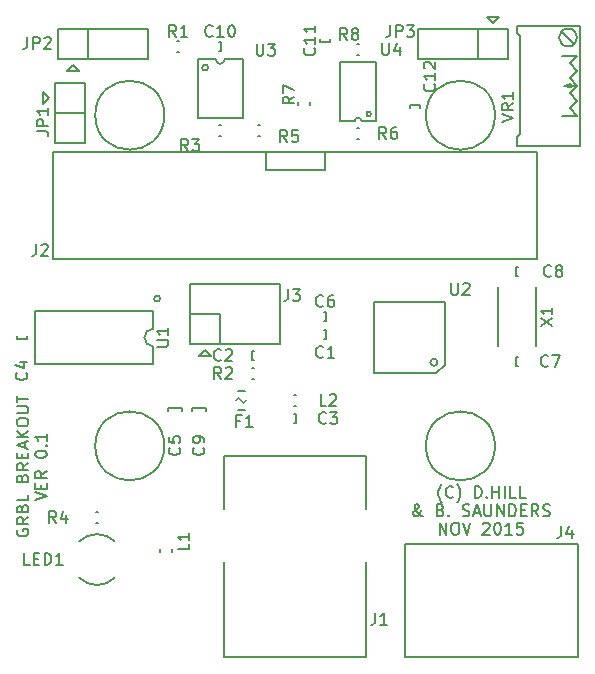
<source format=gto>
G04 #@! TF.FileFunction,Legend,Top*
%FSLAX46Y46*%
G04 Gerber Fmt 4.6, Leading zero omitted, Abs format (unit mm)*
G04 Created by KiCad (PCBNEW (2015-07-24 BZR 5989, Git 9b9c794)-product) date 1/12/2015 8:53:28 AM*
%MOMM*%
G01*
G04 APERTURE LIST*
%ADD10C,0.150000*%
%ADD11C,0.200000*%
%ADD12C,0.200660*%
%ADD13C,0.203200*%
G04 APERTURE END LIST*
D10*
X155416667Y-120783333D02*
X155369047Y-120735714D01*
X155273809Y-120592857D01*
X155226190Y-120497619D01*
X155178571Y-120354762D01*
X155130952Y-120116667D01*
X155130952Y-119926190D01*
X155178571Y-119688095D01*
X155226190Y-119545238D01*
X155273809Y-119450000D01*
X155369047Y-119307143D01*
X155416667Y-119259524D01*
X156369048Y-120307143D02*
X156321429Y-120354762D01*
X156178572Y-120402381D01*
X156083334Y-120402381D01*
X155940476Y-120354762D01*
X155845238Y-120259524D01*
X155797619Y-120164286D01*
X155750000Y-119973810D01*
X155750000Y-119830952D01*
X155797619Y-119640476D01*
X155845238Y-119545238D01*
X155940476Y-119450000D01*
X156083334Y-119402381D01*
X156178572Y-119402381D01*
X156321429Y-119450000D01*
X156369048Y-119497619D01*
X156702381Y-120783333D02*
X156750000Y-120735714D01*
X156845238Y-120592857D01*
X156892857Y-120497619D01*
X156940476Y-120354762D01*
X156988095Y-120116667D01*
X156988095Y-119926190D01*
X156940476Y-119688095D01*
X156892857Y-119545238D01*
X156845238Y-119450000D01*
X156750000Y-119307143D01*
X156702381Y-119259524D01*
X158226191Y-120402381D02*
X158226191Y-119402381D01*
X158464286Y-119402381D01*
X158607144Y-119450000D01*
X158702382Y-119545238D01*
X158750001Y-119640476D01*
X158797620Y-119830952D01*
X158797620Y-119973810D01*
X158750001Y-120164286D01*
X158702382Y-120259524D01*
X158607144Y-120354762D01*
X158464286Y-120402381D01*
X158226191Y-120402381D01*
X159226191Y-120307143D02*
X159273810Y-120354762D01*
X159226191Y-120402381D01*
X159178572Y-120354762D01*
X159226191Y-120307143D01*
X159226191Y-120402381D01*
X159702381Y-120402381D02*
X159702381Y-119402381D01*
X159702381Y-119878571D02*
X160273810Y-119878571D01*
X160273810Y-120402381D02*
X160273810Y-119402381D01*
X160750000Y-120402381D02*
X160750000Y-119402381D01*
X161702381Y-120402381D02*
X161226190Y-120402381D01*
X161226190Y-119402381D01*
X162511905Y-120402381D02*
X162035714Y-120402381D01*
X162035714Y-119402381D01*
X153797619Y-121952381D02*
X153750000Y-121952381D01*
X153654762Y-121904762D01*
X153511905Y-121761905D01*
X153273810Y-121476190D01*
X153178571Y-121333333D01*
X153130952Y-121190476D01*
X153130952Y-121095238D01*
X153178571Y-121000000D01*
X153273810Y-120952381D01*
X153321429Y-120952381D01*
X153416667Y-121000000D01*
X153464286Y-121095238D01*
X153464286Y-121142857D01*
X153416667Y-121238095D01*
X153369048Y-121285714D01*
X153083333Y-121476190D01*
X153035714Y-121523810D01*
X152988095Y-121619048D01*
X152988095Y-121761905D01*
X153035714Y-121857143D01*
X153083333Y-121904762D01*
X153178571Y-121952381D01*
X153321429Y-121952381D01*
X153416667Y-121904762D01*
X153464286Y-121857143D01*
X153607143Y-121666667D01*
X153654762Y-121523810D01*
X153654762Y-121428571D01*
X155321429Y-121428571D02*
X155464286Y-121476190D01*
X155511905Y-121523810D01*
X155559524Y-121619048D01*
X155559524Y-121761905D01*
X155511905Y-121857143D01*
X155464286Y-121904762D01*
X155369048Y-121952381D01*
X154988095Y-121952381D01*
X154988095Y-120952381D01*
X155321429Y-120952381D01*
X155416667Y-121000000D01*
X155464286Y-121047619D01*
X155511905Y-121142857D01*
X155511905Y-121238095D01*
X155464286Y-121333333D01*
X155416667Y-121380952D01*
X155321429Y-121428571D01*
X154988095Y-121428571D01*
X155988095Y-121857143D02*
X156035714Y-121904762D01*
X155988095Y-121952381D01*
X155940476Y-121904762D01*
X155988095Y-121857143D01*
X155988095Y-121952381D01*
X157178571Y-121904762D02*
X157321428Y-121952381D01*
X157559524Y-121952381D01*
X157654762Y-121904762D01*
X157702381Y-121857143D01*
X157750000Y-121761905D01*
X157750000Y-121666667D01*
X157702381Y-121571429D01*
X157654762Y-121523810D01*
X157559524Y-121476190D01*
X157369047Y-121428571D01*
X157273809Y-121380952D01*
X157226190Y-121333333D01*
X157178571Y-121238095D01*
X157178571Y-121142857D01*
X157226190Y-121047619D01*
X157273809Y-121000000D01*
X157369047Y-120952381D01*
X157607143Y-120952381D01*
X157750000Y-121000000D01*
X158130952Y-121666667D02*
X158607143Y-121666667D01*
X158035714Y-121952381D02*
X158369047Y-120952381D01*
X158702381Y-121952381D01*
X159035714Y-120952381D02*
X159035714Y-121761905D01*
X159083333Y-121857143D01*
X159130952Y-121904762D01*
X159226190Y-121952381D01*
X159416667Y-121952381D01*
X159511905Y-121904762D01*
X159559524Y-121857143D01*
X159607143Y-121761905D01*
X159607143Y-120952381D01*
X160083333Y-121952381D02*
X160083333Y-120952381D01*
X160654762Y-121952381D01*
X160654762Y-120952381D01*
X161130952Y-121952381D02*
X161130952Y-120952381D01*
X161369047Y-120952381D01*
X161511905Y-121000000D01*
X161607143Y-121095238D01*
X161654762Y-121190476D01*
X161702381Y-121380952D01*
X161702381Y-121523810D01*
X161654762Y-121714286D01*
X161607143Y-121809524D01*
X161511905Y-121904762D01*
X161369047Y-121952381D01*
X161130952Y-121952381D01*
X162130952Y-121428571D02*
X162464286Y-121428571D01*
X162607143Y-121952381D02*
X162130952Y-121952381D01*
X162130952Y-120952381D01*
X162607143Y-120952381D01*
X163607143Y-121952381D02*
X163273809Y-121476190D01*
X163035714Y-121952381D02*
X163035714Y-120952381D01*
X163416667Y-120952381D01*
X163511905Y-121000000D01*
X163559524Y-121047619D01*
X163607143Y-121142857D01*
X163607143Y-121285714D01*
X163559524Y-121380952D01*
X163511905Y-121428571D01*
X163416667Y-121476190D01*
X163035714Y-121476190D01*
X163988095Y-121904762D02*
X164130952Y-121952381D01*
X164369048Y-121952381D01*
X164464286Y-121904762D01*
X164511905Y-121857143D01*
X164559524Y-121761905D01*
X164559524Y-121666667D01*
X164511905Y-121571429D01*
X164464286Y-121523810D01*
X164369048Y-121476190D01*
X164178571Y-121428571D01*
X164083333Y-121380952D01*
X164035714Y-121333333D01*
X163988095Y-121238095D01*
X163988095Y-121142857D01*
X164035714Y-121047619D01*
X164083333Y-121000000D01*
X164178571Y-120952381D01*
X164416667Y-120952381D01*
X164559524Y-121000000D01*
X155226190Y-123502381D02*
X155226190Y-122502381D01*
X155797619Y-123502381D01*
X155797619Y-122502381D01*
X156464285Y-122502381D02*
X156654762Y-122502381D01*
X156750000Y-122550000D01*
X156845238Y-122645238D01*
X156892857Y-122835714D01*
X156892857Y-123169048D01*
X156845238Y-123359524D01*
X156750000Y-123454762D01*
X156654762Y-123502381D01*
X156464285Y-123502381D01*
X156369047Y-123454762D01*
X156273809Y-123359524D01*
X156226190Y-123169048D01*
X156226190Y-122835714D01*
X156273809Y-122645238D01*
X156369047Y-122550000D01*
X156464285Y-122502381D01*
X157178571Y-122502381D02*
X157511904Y-123502381D01*
X157845238Y-122502381D01*
X158892857Y-122597619D02*
X158940476Y-122550000D01*
X159035714Y-122502381D01*
X159273810Y-122502381D01*
X159369048Y-122550000D01*
X159416667Y-122597619D01*
X159464286Y-122692857D01*
X159464286Y-122788095D01*
X159416667Y-122930952D01*
X158845238Y-123502381D01*
X159464286Y-123502381D01*
X160083333Y-122502381D02*
X160178572Y-122502381D01*
X160273810Y-122550000D01*
X160321429Y-122597619D01*
X160369048Y-122692857D01*
X160416667Y-122883333D01*
X160416667Y-123121429D01*
X160369048Y-123311905D01*
X160321429Y-123407143D01*
X160273810Y-123454762D01*
X160178572Y-123502381D01*
X160083333Y-123502381D01*
X159988095Y-123454762D01*
X159940476Y-123407143D01*
X159892857Y-123311905D01*
X159845238Y-123121429D01*
X159845238Y-122883333D01*
X159892857Y-122692857D01*
X159940476Y-122597619D01*
X159988095Y-122550000D01*
X160083333Y-122502381D01*
X161369048Y-123502381D02*
X160797619Y-123502381D01*
X161083333Y-123502381D02*
X161083333Y-122502381D01*
X160988095Y-122645238D01*
X160892857Y-122740476D01*
X160797619Y-122788095D01*
X162273810Y-122502381D02*
X161797619Y-122502381D01*
X161750000Y-122978571D01*
X161797619Y-122930952D01*
X161892857Y-122883333D01*
X162130953Y-122883333D01*
X162226191Y-122930952D01*
X162273810Y-122978571D01*
X162321429Y-123073810D01*
X162321429Y-123311905D01*
X162273810Y-123407143D01*
X162226191Y-123454762D01*
X162130953Y-123502381D01*
X161892857Y-123502381D01*
X161797619Y-123454762D01*
X161750000Y-123407143D01*
X119475000Y-123083333D02*
X119427381Y-123178571D01*
X119427381Y-123321428D01*
X119475000Y-123464286D01*
X119570238Y-123559524D01*
X119665476Y-123607143D01*
X119855952Y-123654762D01*
X119998810Y-123654762D01*
X120189286Y-123607143D01*
X120284524Y-123559524D01*
X120379762Y-123464286D01*
X120427381Y-123321428D01*
X120427381Y-123226190D01*
X120379762Y-123083333D01*
X120332143Y-123035714D01*
X119998810Y-123035714D01*
X119998810Y-123226190D01*
X120427381Y-122035714D02*
X119951190Y-122369048D01*
X120427381Y-122607143D02*
X119427381Y-122607143D01*
X119427381Y-122226190D01*
X119475000Y-122130952D01*
X119522619Y-122083333D01*
X119617857Y-122035714D01*
X119760714Y-122035714D01*
X119855952Y-122083333D01*
X119903571Y-122130952D01*
X119951190Y-122226190D01*
X119951190Y-122607143D01*
X119903571Y-121273809D02*
X119951190Y-121130952D01*
X119998810Y-121083333D01*
X120094048Y-121035714D01*
X120236905Y-121035714D01*
X120332143Y-121083333D01*
X120379762Y-121130952D01*
X120427381Y-121226190D01*
X120427381Y-121607143D01*
X119427381Y-121607143D01*
X119427381Y-121273809D01*
X119475000Y-121178571D01*
X119522619Y-121130952D01*
X119617857Y-121083333D01*
X119713095Y-121083333D01*
X119808333Y-121130952D01*
X119855952Y-121178571D01*
X119903571Y-121273809D01*
X119903571Y-121607143D01*
X120427381Y-120130952D02*
X120427381Y-120607143D01*
X119427381Y-120607143D01*
X119903571Y-118702380D02*
X119951190Y-118559523D01*
X119998810Y-118511904D01*
X120094048Y-118464285D01*
X120236905Y-118464285D01*
X120332143Y-118511904D01*
X120379762Y-118559523D01*
X120427381Y-118654761D01*
X120427381Y-119035714D01*
X119427381Y-119035714D01*
X119427381Y-118702380D01*
X119475000Y-118607142D01*
X119522619Y-118559523D01*
X119617857Y-118511904D01*
X119713095Y-118511904D01*
X119808333Y-118559523D01*
X119855952Y-118607142D01*
X119903571Y-118702380D01*
X119903571Y-119035714D01*
X120427381Y-117464285D02*
X119951190Y-117797619D01*
X120427381Y-118035714D02*
X119427381Y-118035714D01*
X119427381Y-117654761D01*
X119475000Y-117559523D01*
X119522619Y-117511904D01*
X119617857Y-117464285D01*
X119760714Y-117464285D01*
X119855952Y-117511904D01*
X119903571Y-117559523D01*
X119951190Y-117654761D01*
X119951190Y-118035714D01*
X119903571Y-117035714D02*
X119903571Y-116702380D01*
X120427381Y-116559523D02*
X120427381Y-117035714D01*
X119427381Y-117035714D01*
X119427381Y-116559523D01*
X120141667Y-116178571D02*
X120141667Y-115702380D01*
X120427381Y-116273809D02*
X119427381Y-115940476D01*
X120427381Y-115607142D01*
X120427381Y-115273809D02*
X119427381Y-115273809D01*
X120427381Y-114702380D02*
X119855952Y-115130952D01*
X119427381Y-114702380D02*
X119998810Y-115273809D01*
X119427381Y-114083333D02*
X119427381Y-113892856D01*
X119475000Y-113797618D01*
X119570238Y-113702380D01*
X119760714Y-113654761D01*
X120094048Y-113654761D01*
X120284524Y-113702380D01*
X120379762Y-113797618D01*
X120427381Y-113892856D01*
X120427381Y-114083333D01*
X120379762Y-114178571D01*
X120284524Y-114273809D01*
X120094048Y-114321428D01*
X119760714Y-114321428D01*
X119570238Y-114273809D01*
X119475000Y-114178571D01*
X119427381Y-114083333D01*
X119427381Y-113226190D02*
X120236905Y-113226190D01*
X120332143Y-113178571D01*
X120379762Y-113130952D01*
X120427381Y-113035714D01*
X120427381Y-112845237D01*
X120379762Y-112749999D01*
X120332143Y-112702380D01*
X120236905Y-112654761D01*
X119427381Y-112654761D01*
X119427381Y-112321428D02*
X119427381Y-111749999D01*
X120427381Y-112035714D02*
X119427381Y-112035714D01*
X120977381Y-120607143D02*
X121977381Y-120273810D01*
X120977381Y-119940476D01*
X121453571Y-119607143D02*
X121453571Y-119273809D01*
X121977381Y-119130952D02*
X121977381Y-119607143D01*
X120977381Y-119607143D01*
X120977381Y-119130952D01*
X121977381Y-118130952D02*
X121501190Y-118464286D01*
X121977381Y-118702381D02*
X120977381Y-118702381D01*
X120977381Y-118321428D01*
X121025000Y-118226190D01*
X121072619Y-118178571D01*
X121167857Y-118130952D01*
X121310714Y-118130952D01*
X121405952Y-118178571D01*
X121453571Y-118226190D01*
X121501190Y-118321428D01*
X121501190Y-118702381D01*
X120977381Y-116750000D02*
X120977381Y-116654761D01*
X121025000Y-116559523D01*
X121072619Y-116511904D01*
X121167857Y-116464285D01*
X121358333Y-116416666D01*
X121596429Y-116416666D01*
X121786905Y-116464285D01*
X121882143Y-116511904D01*
X121929762Y-116559523D01*
X121977381Y-116654761D01*
X121977381Y-116750000D01*
X121929762Y-116845238D01*
X121882143Y-116892857D01*
X121786905Y-116940476D01*
X121596429Y-116988095D01*
X121358333Y-116988095D01*
X121167857Y-116940476D01*
X121072619Y-116892857D01*
X121025000Y-116845238D01*
X120977381Y-116750000D01*
X121882143Y-115988095D02*
X121929762Y-115940476D01*
X121977381Y-115988095D01*
X121929762Y-116035714D01*
X121882143Y-115988095D01*
X121977381Y-115988095D01*
X121977381Y-114988095D02*
X121977381Y-115559524D01*
X121977381Y-115273810D02*
X120977381Y-115273810D01*
X121120238Y-115369048D01*
X121215476Y-115464286D01*
X121263095Y-115559524D01*
D11*
X145640000Y-106172000D02*
X145440000Y-106172000D01*
X145640000Y-106172000D02*
X145640000Y-106972000D01*
X145640000Y-106972000D02*
X145440000Y-106972000D01*
X139344000Y-108750000D02*
X139544000Y-108750000D01*
X139344000Y-108750000D02*
X139344000Y-107950000D01*
X139344000Y-107950000D02*
X139544000Y-107950000D01*
X143100000Y-113284000D02*
X142900000Y-113284000D01*
X143100000Y-113284000D02*
X143100000Y-114084000D01*
X143100000Y-114084000D02*
X142900000Y-114084000D01*
X120286000Y-106926000D02*
X120286000Y-106726000D01*
X120286000Y-106926000D02*
X119486000Y-106926000D01*
X119486000Y-106926000D02*
X119486000Y-106726000D01*
X132240000Y-112822000D02*
X132240000Y-113022000D01*
X133440000Y-112822000D02*
X133440000Y-113022000D01*
X133440000Y-112822000D02*
X132240000Y-112822000D01*
X145640000Y-104648000D02*
X145440000Y-104648000D01*
X145640000Y-104648000D02*
X145640000Y-105448000D01*
X145640000Y-105448000D02*
X145440000Y-105448000D01*
X161696000Y-109258000D02*
X161896000Y-109258000D01*
X161696000Y-109258000D02*
X161696000Y-108458000D01*
X161696000Y-108458000D02*
X161896000Y-108458000D01*
X161696000Y-101638000D02*
X161896000Y-101638000D01*
X161696000Y-101638000D02*
X161696000Y-100838000D01*
X161696000Y-100838000D02*
X161896000Y-100838000D01*
X134272000Y-112822000D02*
X134272000Y-113022000D01*
X135472000Y-112822000D02*
X135472000Y-113022000D01*
X135472000Y-112822000D02*
X134272000Y-112822000D01*
X136750000Y-81788000D02*
X136550000Y-81788000D01*
X136750000Y-81788000D02*
X136750000Y-82588000D01*
X136750000Y-82588000D02*
X136550000Y-82588000D01*
D12*
X138227340Y-111961880D02*
G75*
G03X138029220Y-112160000I0J-198120D01*
G01*
X138628660Y-112358120D02*
G75*
G03X138826780Y-112160000I0J198120D01*
G01*
X138428000Y-112160000D02*
G75*
G03X138628660Y-112360660I200660J0D01*
G01*
X138428000Y-112160000D02*
G75*
G03X138227340Y-111959340I-200660J0D01*
G01*
X138128280Y-112960100D02*
X138727720Y-112960100D01*
X138128280Y-111359900D02*
X138727720Y-111359900D01*
D11*
X135380000Y-107842000D02*
X134872000Y-108350000D01*
X134872000Y-108350000D02*
X135888000Y-108350000D01*
X135888000Y-108350000D02*
X135380000Y-107842000D01*
X134110000Y-107334000D02*
X134110000Y-102254000D01*
X136650000Y-107334000D02*
X136650000Y-104794000D01*
X134110000Y-104794000D02*
X136650000Y-104794000D01*
X134110000Y-107334000D02*
X141730000Y-107334000D01*
X134110000Y-102254000D02*
X141730000Y-102254000D01*
X141730000Y-107334000D02*
X141730000Y-102254000D01*
X124204000Y-83712000D02*
X123696000Y-84220000D01*
X123696000Y-84220000D02*
X124712000Y-84220000D01*
X124712000Y-84220000D02*
X124204000Y-83712000D01*
X125474000Y-83204000D02*
X125474000Y-80664000D01*
X122934000Y-83204000D02*
X122934000Y-80664000D01*
X122934000Y-83204000D02*
X130554000Y-83204000D01*
X122934000Y-80664000D02*
X130554000Y-80664000D01*
X130554000Y-83204000D02*
X130554000Y-80664000D01*
D12*
X132578380Y-124959060D02*
X132578380Y-124760940D01*
X131577620Y-124959060D02*
X131577620Y-124760940D01*
X142900940Y-112660380D02*
X143099060Y-112660380D01*
X142900940Y-111659620D02*
X143099060Y-111659620D01*
D11*
X126079000Y-88000000D02*
G75*
G03X126079000Y-88000000I2921000J0D01*
G01*
X154079000Y-116000000D02*
G75*
G03X154079000Y-116000000I2921000J0D01*
G01*
X154079000Y-88000000D02*
G75*
G03X154079000Y-88000000I2921000J0D01*
G01*
X126079000Y-116000000D02*
G75*
G03X126079000Y-116000000I2921000J0D01*
G01*
X133194000Y-81688000D02*
X132994000Y-81688000D01*
X133194000Y-82688000D02*
X132994000Y-82688000D01*
X139544000Y-109374000D02*
X139344000Y-109374000D01*
X139544000Y-110374000D02*
X139344000Y-110374000D01*
X136550000Y-89800000D02*
X136750000Y-89800000D01*
X136550000Y-88800000D02*
X136750000Y-88800000D01*
X126136000Y-122566000D02*
X126336000Y-122566000D01*
X126136000Y-121566000D02*
X126336000Y-121566000D01*
X155052000Y-108926000D02*
G75*
G03X155052000Y-108926000I-300000J0D01*
G01*
X154952000Y-109826000D02*
X155652000Y-109126000D01*
X155652000Y-109126000D02*
X155652000Y-103826000D01*
X155652000Y-103826000D02*
X149652000Y-103826000D01*
X149652000Y-103826000D02*
X149652000Y-109826000D01*
X149652000Y-109826000D02*
X154952000Y-109826000D01*
D10*
X163396000Y-107548000D02*
X163396000Y-102548000D01*
X160196000Y-102548000D02*
X160196000Y-107548000D01*
D13*
X137000000Y-133840000D02*
X137000000Y-125840000D01*
X149000000Y-133840000D02*
X149000000Y-125840000D01*
X149000000Y-121340000D02*
X149000000Y-116840000D01*
X149000000Y-116840000D02*
X137000000Y-116840000D01*
X137000000Y-116840000D02*
X137000000Y-121340000D01*
X137000000Y-133840000D02*
X149000000Y-133840000D01*
D11*
X122172000Y-86506000D02*
X121664000Y-85998000D01*
X121664000Y-85998000D02*
X121664000Y-87014000D01*
X121664000Y-87014000D02*
X122172000Y-86506000D01*
X122680000Y-85236000D02*
X122680000Y-90316000D01*
X122680000Y-87776000D02*
X125220000Y-87776000D01*
X122680000Y-85236000D02*
X125220000Y-85236000D01*
X125220000Y-85236000D02*
X125220000Y-90316000D01*
X122680000Y-90316000D02*
X125220000Y-90316000D01*
D12*
X127760000Y-124098000D02*
G75*
G03X124712000Y-124098000I-1524000J-1524000D01*
G01*
X124712000Y-127146000D02*
G75*
G03X127760000Y-127146000I1524000J1524000D01*
G01*
D10*
X135634000Y-83966000D02*
G75*
G03X135634000Y-83966000I-254000J0D01*
G01*
X136269000Y-83267500D02*
X134745000Y-83267500D01*
X137031000Y-83267500D02*
X138555000Y-83267500D01*
X136650000Y-83648500D02*
G75*
G03X137031000Y-83267500I0J381000D01*
G01*
X136269000Y-83267500D02*
G75*
G03X136650000Y-83648500I381000J0D01*
G01*
X138555000Y-83267500D02*
X138555000Y-88220500D01*
X138555000Y-88220500D02*
X134745000Y-88220500D01*
X134745000Y-88220500D02*
X134745000Y-83267500D01*
D11*
X140052000Y-88800000D02*
X139852000Y-88800000D01*
X140052000Y-89800000D02*
X139852000Y-89800000D01*
D10*
X145500000Y-91150000D02*
X145500000Y-92650000D01*
X145500000Y-92650000D02*
X140500000Y-92650000D01*
X140500000Y-92650000D02*
X140500000Y-91150000D01*
X122500000Y-100150000D02*
X122500000Y-91150000D01*
X122500000Y-91150000D02*
X163500000Y-91150000D01*
X163500000Y-91150000D02*
X163500000Y-100150000D01*
X163500000Y-100150000D02*
X122500000Y-100150000D01*
D11*
X159764000Y-80156000D02*
X160272000Y-79648000D01*
X160272000Y-79648000D02*
X159256000Y-79648000D01*
X159256000Y-79648000D02*
X159764000Y-80156000D01*
X158494000Y-80664000D02*
X158494000Y-83204000D01*
X161034000Y-80664000D02*
X161034000Y-83204000D01*
X161034000Y-80664000D02*
X153414000Y-80664000D01*
X161034000Y-83204000D02*
X153414000Y-83204000D01*
X153414000Y-80664000D02*
X153414000Y-83204000D01*
X148434000Y-89054000D02*
X148234000Y-89054000D01*
X148434000Y-90054000D02*
X148234000Y-90054000D01*
X145940000Y-81780000D02*
X145940000Y-81580000D01*
X145940000Y-81780000D02*
X145140000Y-81780000D01*
X145140000Y-81780000D02*
X145140000Y-81580000D01*
X152760000Y-87168000D02*
X152760000Y-87368000D01*
X152760000Y-87168000D02*
X153560000Y-87168000D01*
X153560000Y-87168000D02*
X153560000Y-87368000D01*
X143262000Y-86914000D02*
X143262000Y-87114000D01*
X144262000Y-86914000D02*
X144262000Y-87114000D01*
X148434000Y-81942000D02*
X148234000Y-81942000D01*
X148434000Y-82942000D02*
X148234000Y-82942000D01*
X149434000Y-87898000D02*
G75*
G03X149434000Y-87898000I-200000J0D01*
G01*
X148634000Y-88498000D02*
X149834000Y-88498000D01*
X148034000Y-88498000D02*
X146834000Y-88498000D01*
X148633359Y-88498638D02*
G75*
G03X148334000Y-88198640I-299359J638D01*
G01*
X148334000Y-88197999D02*
G75*
G03X148034000Y-88498640I0J-300001D01*
G01*
X146834000Y-88498000D02*
X146834000Y-83498000D01*
X149834000Y-83498000D02*
X146834000Y-83498000D01*
X149834000Y-88498000D02*
X149834000Y-83498000D01*
X166876000Y-88030000D02*
X165606000Y-88030000D01*
X166876000Y-82950000D02*
X165606000Y-82950000D01*
X167130000Y-90570000D02*
X167130000Y-80410000D01*
X167130000Y-90570000D02*
X161796000Y-90570000D01*
X166241000Y-87395000D02*
X166876000Y-86760000D01*
X166876000Y-88030000D02*
X166241000Y-87395000D01*
X166241000Y-84855000D02*
X166876000Y-84220000D01*
X166622000Y-81934000D02*
X165606000Y-80918000D01*
X166876000Y-85490000D02*
X166241000Y-84855000D01*
X166368000Y-85617000D02*
X165733000Y-85490000D01*
X166876000Y-85490000D02*
X165733000Y-85490000D01*
X162050000Y-89554000D02*
X162050000Y-81299000D01*
X166876000Y-84220000D02*
X166241000Y-83585000D01*
X161796000Y-89808000D02*
X162050000Y-89554000D01*
X167130000Y-80410000D02*
X161796000Y-80410000D01*
X162050000Y-81299000D02*
X161796000Y-81045000D01*
X161796000Y-90570000D02*
X161796000Y-89808000D01*
X161796000Y-81045000D02*
X161796000Y-80410000D01*
X166241000Y-83585000D02*
X166876000Y-82950000D01*
X165733000Y-85490000D02*
X166368000Y-85363000D01*
X166368000Y-85617000D02*
X166368000Y-85363000D01*
X166241000Y-86125000D02*
X166876000Y-85490000D01*
X166876000Y-86760000D02*
X166241000Y-86125000D01*
X166114000Y-82188000D02*
G75*
G03X166114000Y-82188000I0J762000D01*
G01*
D10*
X166910000Y-124276000D02*
X152310000Y-124276000D01*
X152310000Y-124276000D02*
X152310000Y-133876000D01*
X152310000Y-133876000D02*
X166910000Y-133876000D01*
X166910000Y-133876000D02*
X166910000Y-124276000D01*
X130232000Y-106826000D02*
G75*
G03X130982000Y-107576000I750000J0D01*
G01*
X130982000Y-106076000D02*
G75*
G03X130232000Y-106826000I0J-750000D01*
G01*
X130982000Y-107576000D02*
X130982000Y-109076000D01*
X130982000Y-109076000D02*
X120982000Y-109076000D01*
X120982000Y-109076000D02*
X120982000Y-104576000D01*
X120982000Y-104576000D02*
X130982000Y-104576000D01*
X130982000Y-104576000D02*
X130982000Y-106076000D01*
X131570000Y-103524000D02*
G75*
G03X131570000Y-103524000I-254000J0D01*
G01*
X145373334Y-108453143D02*
X145325715Y-108500762D01*
X145182858Y-108548381D01*
X145087620Y-108548381D01*
X144944762Y-108500762D01*
X144849524Y-108405524D01*
X144801905Y-108310286D01*
X144754286Y-108119810D01*
X144754286Y-107976952D01*
X144801905Y-107786476D01*
X144849524Y-107691238D01*
X144944762Y-107596000D01*
X145087620Y-107548381D01*
X145182858Y-107548381D01*
X145325715Y-107596000D01*
X145373334Y-107643619D01*
X146325715Y-108548381D02*
X145754286Y-108548381D01*
X146040000Y-108548381D02*
X146040000Y-107548381D01*
X145944762Y-107691238D01*
X145849524Y-107786476D01*
X145754286Y-107834095D01*
X136737334Y-108707143D02*
X136689715Y-108754762D01*
X136546858Y-108802381D01*
X136451620Y-108802381D01*
X136308762Y-108754762D01*
X136213524Y-108659524D01*
X136165905Y-108564286D01*
X136118286Y-108373810D01*
X136118286Y-108230952D01*
X136165905Y-108040476D01*
X136213524Y-107945238D01*
X136308762Y-107850000D01*
X136451620Y-107802381D01*
X136546858Y-107802381D01*
X136689715Y-107850000D01*
X136737334Y-107897619D01*
X137118286Y-107897619D02*
X137165905Y-107850000D01*
X137261143Y-107802381D01*
X137499239Y-107802381D01*
X137594477Y-107850000D01*
X137642096Y-107897619D01*
X137689715Y-107992857D01*
X137689715Y-108088095D01*
X137642096Y-108230952D01*
X137070667Y-108802381D01*
X137689715Y-108802381D01*
X145627334Y-114041143D02*
X145579715Y-114088762D01*
X145436858Y-114136381D01*
X145341620Y-114136381D01*
X145198762Y-114088762D01*
X145103524Y-113993524D01*
X145055905Y-113898286D01*
X145008286Y-113707810D01*
X145008286Y-113564952D01*
X145055905Y-113374476D01*
X145103524Y-113279238D01*
X145198762Y-113184000D01*
X145341620Y-113136381D01*
X145436858Y-113136381D01*
X145579715Y-113184000D01*
X145627334Y-113231619D01*
X145960667Y-113136381D02*
X146579715Y-113136381D01*
X146246381Y-113517333D01*
X146389239Y-113517333D01*
X146484477Y-113564952D01*
X146532096Y-113612571D01*
X146579715Y-113707810D01*
X146579715Y-113945905D01*
X146532096Y-114041143D01*
X146484477Y-114088762D01*
X146389239Y-114136381D01*
X146103524Y-114136381D01*
X146008286Y-114088762D01*
X145960667Y-114041143D01*
X120243143Y-109786666D02*
X120290762Y-109834285D01*
X120338381Y-109977142D01*
X120338381Y-110072380D01*
X120290762Y-110215238D01*
X120195524Y-110310476D01*
X120100286Y-110358095D01*
X119909810Y-110405714D01*
X119766952Y-110405714D01*
X119576476Y-110358095D01*
X119481238Y-110310476D01*
X119386000Y-110215238D01*
X119338381Y-110072380D01*
X119338381Y-109977142D01*
X119386000Y-109834285D01*
X119433619Y-109786666D01*
X119671714Y-108929523D02*
X120338381Y-108929523D01*
X119290762Y-109167619D02*
X120005048Y-109405714D01*
X120005048Y-108786666D01*
X133197143Y-116136666D02*
X133244762Y-116184285D01*
X133292381Y-116327142D01*
X133292381Y-116422380D01*
X133244762Y-116565238D01*
X133149524Y-116660476D01*
X133054286Y-116708095D01*
X132863810Y-116755714D01*
X132720952Y-116755714D01*
X132530476Y-116708095D01*
X132435238Y-116660476D01*
X132340000Y-116565238D01*
X132292381Y-116422380D01*
X132292381Y-116327142D01*
X132340000Y-116184285D01*
X132387619Y-116136666D01*
X132292381Y-115231904D02*
X132292381Y-115708095D01*
X132768571Y-115755714D01*
X132720952Y-115708095D01*
X132673333Y-115612857D01*
X132673333Y-115374761D01*
X132720952Y-115279523D01*
X132768571Y-115231904D01*
X132863810Y-115184285D01*
X133101905Y-115184285D01*
X133197143Y-115231904D01*
X133244762Y-115279523D01*
X133292381Y-115374761D01*
X133292381Y-115612857D01*
X133244762Y-115708095D01*
X133197143Y-115755714D01*
X145373334Y-104135143D02*
X145325715Y-104182762D01*
X145182858Y-104230381D01*
X145087620Y-104230381D01*
X144944762Y-104182762D01*
X144849524Y-104087524D01*
X144801905Y-103992286D01*
X144754286Y-103801810D01*
X144754286Y-103658952D01*
X144801905Y-103468476D01*
X144849524Y-103373238D01*
X144944762Y-103278000D01*
X145087620Y-103230381D01*
X145182858Y-103230381D01*
X145325715Y-103278000D01*
X145373334Y-103325619D01*
X146230477Y-103230381D02*
X146040000Y-103230381D01*
X145944762Y-103278000D01*
X145897143Y-103325619D01*
X145801905Y-103468476D01*
X145754286Y-103658952D01*
X145754286Y-104039905D01*
X145801905Y-104135143D01*
X145849524Y-104182762D01*
X145944762Y-104230381D01*
X146135239Y-104230381D01*
X146230477Y-104182762D01*
X146278096Y-104135143D01*
X146325715Y-104039905D01*
X146325715Y-103801810D01*
X146278096Y-103706571D01*
X146230477Y-103658952D01*
X146135239Y-103611333D01*
X145944762Y-103611333D01*
X145849524Y-103658952D01*
X145801905Y-103706571D01*
X145754286Y-103801810D01*
X164423334Y-109215143D02*
X164375715Y-109262762D01*
X164232858Y-109310381D01*
X164137620Y-109310381D01*
X163994762Y-109262762D01*
X163899524Y-109167524D01*
X163851905Y-109072286D01*
X163804286Y-108881810D01*
X163804286Y-108738952D01*
X163851905Y-108548476D01*
X163899524Y-108453238D01*
X163994762Y-108358000D01*
X164137620Y-108310381D01*
X164232858Y-108310381D01*
X164375715Y-108358000D01*
X164423334Y-108405619D01*
X164756667Y-108310381D02*
X165423334Y-108310381D01*
X164994762Y-109310381D01*
X164677334Y-101595143D02*
X164629715Y-101642762D01*
X164486858Y-101690381D01*
X164391620Y-101690381D01*
X164248762Y-101642762D01*
X164153524Y-101547524D01*
X164105905Y-101452286D01*
X164058286Y-101261810D01*
X164058286Y-101118952D01*
X164105905Y-100928476D01*
X164153524Y-100833238D01*
X164248762Y-100738000D01*
X164391620Y-100690381D01*
X164486858Y-100690381D01*
X164629715Y-100738000D01*
X164677334Y-100785619D01*
X165248762Y-101118952D02*
X165153524Y-101071333D01*
X165105905Y-101023714D01*
X165058286Y-100928476D01*
X165058286Y-100880857D01*
X165105905Y-100785619D01*
X165153524Y-100738000D01*
X165248762Y-100690381D01*
X165439239Y-100690381D01*
X165534477Y-100738000D01*
X165582096Y-100785619D01*
X165629715Y-100880857D01*
X165629715Y-100928476D01*
X165582096Y-101023714D01*
X165534477Y-101071333D01*
X165439239Y-101118952D01*
X165248762Y-101118952D01*
X165153524Y-101166571D01*
X165105905Y-101214190D01*
X165058286Y-101309429D01*
X165058286Y-101499905D01*
X165105905Y-101595143D01*
X165153524Y-101642762D01*
X165248762Y-101690381D01*
X165439239Y-101690381D01*
X165534477Y-101642762D01*
X165582096Y-101595143D01*
X165629715Y-101499905D01*
X165629715Y-101309429D01*
X165582096Y-101214190D01*
X165534477Y-101166571D01*
X165439239Y-101118952D01*
X135229143Y-116136666D02*
X135276762Y-116184285D01*
X135324381Y-116327142D01*
X135324381Y-116422380D01*
X135276762Y-116565238D01*
X135181524Y-116660476D01*
X135086286Y-116708095D01*
X134895810Y-116755714D01*
X134752952Y-116755714D01*
X134562476Y-116708095D01*
X134467238Y-116660476D01*
X134372000Y-116565238D01*
X134324381Y-116422380D01*
X134324381Y-116327142D01*
X134372000Y-116184285D01*
X134419619Y-116136666D01*
X135324381Y-115660476D02*
X135324381Y-115470000D01*
X135276762Y-115374761D01*
X135229143Y-115327142D01*
X135086286Y-115231904D01*
X134895810Y-115184285D01*
X134514857Y-115184285D01*
X134419619Y-115231904D01*
X134372000Y-115279523D01*
X134324381Y-115374761D01*
X134324381Y-115565238D01*
X134372000Y-115660476D01*
X134419619Y-115708095D01*
X134514857Y-115755714D01*
X134752952Y-115755714D01*
X134848190Y-115708095D01*
X134895810Y-115660476D01*
X134943429Y-115565238D01*
X134943429Y-115374761D01*
X134895810Y-115279523D01*
X134848190Y-115231904D01*
X134752952Y-115184285D01*
X136007143Y-81275143D02*
X135959524Y-81322762D01*
X135816667Y-81370381D01*
X135721429Y-81370381D01*
X135578571Y-81322762D01*
X135483333Y-81227524D01*
X135435714Y-81132286D01*
X135388095Y-80941810D01*
X135388095Y-80798952D01*
X135435714Y-80608476D01*
X135483333Y-80513238D01*
X135578571Y-80418000D01*
X135721429Y-80370381D01*
X135816667Y-80370381D01*
X135959524Y-80418000D01*
X136007143Y-80465619D01*
X136959524Y-81370381D02*
X136388095Y-81370381D01*
X136673809Y-81370381D02*
X136673809Y-80370381D01*
X136578571Y-80513238D01*
X136483333Y-80608476D01*
X136388095Y-80656095D01*
X137578571Y-80370381D02*
X137673810Y-80370381D01*
X137769048Y-80418000D01*
X137816667Y-80465619D01*
X137864286Y-80560857D01*
X137911905Y-80751333D01*
X137911905Y-80989429D01*
X137864286Y-81179905D01*
X137816667Y-81275143D01*
X137769048Y-81322762D01*
X137673810Y-81370381D01*
X137578571Y-81370381D01*
X137483333Y-81322762D01*
X137435714Y-81275143D01*
X137388095Y-81179905D01*
X137340476Y-80989429D01*
X137340476Y-80751333D01*
X137388095Y-80560857D01*
X137435714Y-80465619D01*
X137483333Y-80418000D01*
X137578571Y-80370381D01*
X138348667Y-113866571D02*
X138015333Y-113866571D01*
X138015333Y-114390381D02*
X138015333Y-113390381D01*
X138491524Y-113390381D01*
X139396286Y-114390381D02*
X138824857Y-114390381D01*
X139110571Y-114390381D02*
X139110571Y-113390381D01*
X139015333Y-113533238D01*
X138920095Y-113628476D01*
X138824857Y-113676095D01*
X142412667Y-102722381D02*
X142412667Y-103436667D01*
X142365047Y-103579524D01*
X142269809Y-103674762D01*
X142126952Y-103722381D01*
X142031714Y-103722381D01*
X142793619Y-102722381D02*
X143412667Y-102722381D01*
X143079333Y-103103333D01*
X143222191Y-103103333D01*
X143317429Y-103150952D01*
X143365048Y-103198571D01*
X143412667Y-103293810D01*
X143412667Y-103531905D01*
X143365048Y-103627143D01*
X143317429Y-103674762D01*
X143222191Y-103722381D01*
X142936476Y-103722381D01*
X142841238Y-103674762D01*
X142793619Y-103627143D01*
X120322667Y-81386381D02*
X120322667Y-82100667D01*
X120275047Y-82243524D01*
X120179809Y-82338762D01*
X120036952Y-82386381D01*
X119941714Y-82386381D01*
X120798857Y-82386381D02*
X120798857Y-81386381D01*
X121179810Y-81386381D01*
X121275048Y-81434000D01*
X121322667Y-81481619D01*
X121370286Y-81576857D01*
X121370286Y-81719714D01*
X121322667Y-81814952D01*
X121275048Y-81862571D01*
X121179810Y-81910190D01*
X120798857Y-81910190D01*
X121751238Y-81481619D02*
X121798857Y-81434000D01*
X121894095Y-81386381D01*
X122132191Y-81386381D01*
X122227429Y-81434000D01*
X122275048Y-81481619D01*
X122322667Y-81576857D01*
X122322667Y-81672095D01*
X122275048Y-81814952D01*
X121703619Y-82386381D01*
X122322667Y-82386381D01*
X134054381Y-124264666D02*
X134054381Y-124740857D01*
X133054381Y-124740857D01*
X134054381Y-123407523D02*
X134054381Y-123978952D01*
X134054381Y-123693238D02*
X133054381Y-123693238D01*
X133197238Y-123788476D01*
X133292476Y-123883714D01*
X133340095Y-123978952D01*
X145627334Y-112612381D02*
X145151143Y-112612381D01*
X145151143Y-111612381D01*
X145913048Y-111707619D02*
X145960667Y-111660000D01*
X146055905Y-111612381D01*
X146294001Y-111612381D01*
X146389239Y-111660000D01*
X146436858Y-111707619D01*
X146484477Y-111802857D01*
X146484477Y-111898095D01*
X146436858Y-112040952D01*
X145865429Y-112612381D01*
X146484477Y-112612381D01*
X132927334Y-81370381D02*
X132594000Y-80894190D01*
X132355905Y-81370381D02*
X132355905Y-80370381D01*
X132736858Y-80370381D01*
X132832096Y-80418000D01*
X132879715Y-80465619D01*
X132927334Y-80560857D01*
X132927334Y-80703714D01*
X132879715Y-80798952D01*
X132832096Y-80846571D01*
X132736858Y-80894190D01*
X132355905Y-80894190D01*
X133879715Y-81370381D02*
X133308286Y-81370381D01*
X133594000Y-81370381D02*
X133594000Y-80370381D01*
X133498762Y-80513238D01*
X133403524Y-80608476D01*
X133308286Y-80656095D01*
X136737334Y-110326381D02*
X136404000Y-109850190D01*
X136165905Y-110326381D02*
X136165905Y-109326381D01*
X136546858Y-109326381D01*
X136642096Y-109374000D01*
X136689715Y-109421619D01*
X136737334Y-109516857D01*
X136737334Y-109659714D01*
X136689715Y-109754952D01*
X136642096Y-109802571D01*
X136546858Y-109850190D01*
X136165905Y-109850190D01*
X137118286Y-109421619D02*
X137165905Y-109374000D01*
X137261143Y-109326381D01*
X137499239Y-109326381D01*
X137594477Y-109374000D01*
X137642096Y-109421619D01*
X137689715Y-109516857D01*
X137689715Y-109612095D01*
X137642096Y-109754952D01*
X137070667Y-110326381D01*
X137689715Y-110326381D01*
X133943334Y-91022381D02*
X133610000Y-90546190D01*
X133371905Y-91022381D02*
X133371905Y-90022381D01*
X133752858Y-90022381D01*
X133848096Y-90070000D01*
X133895715Y-90117619D01*
X133943334Y-90212857D01*
X133943334Y-90355714D01*
X133895715Y-90450952D01*
X133848096Y-90498571D01*
X133752858Y-90546190D01*
X133371905Y-90546190D01*
X134276667Y-90022381D02*
X134895715Y-90022381D01*
X134562381Y-90403333D01*
X134705239Y-90403333D01*
X134800477Y-90450952D01*
X134848096Y-90498571D01*
X134895715Y-90593810D01*
X134895715Y-90831905D01*
X134848096Y-90927143D01*
X134800477Y-90974762D01*
X134705239Y-91022381D01*
X134419524Y-91022381D01*
X134324286Y-90974762D01*
X134276667Y-90927143D01*
X122767334Y-122518381D02*
X122434000Y-122042190D01*
X122195905Y-122518381D02*
X122195905Y-121518381D01*
X122576858Y-121518381D01*
X122672096Y-121566000D01*
X122719715Y-121613619D01*
X122767334Y-121708857D01*
X122767334Y-121851714D01*
X122719715Y-121946952D01*
X122672096Y-121994571D01*
X122576858Y-122042190D01*
X122195905Y-122042190D01*
X123624477Y-121851714D02*
X123624477Y-122518381D01*
X123386381Y-121470762D02*
X123148286Y-122185048D01*
X123767334Y-122185048D01*
X156208095Y-102214381D02*
X156208095Y-103023905D01*
X156255714Y-103119143D01*
X156303333Y-103166762D01*
X156398571Y-103214381D01*
X156589048Y-103214381D01*
X156684286Y-103166762D01*
X156731905Y-103119143D01*
X156779524Y-103023905D01*
X156779524Y-102214381D01*
X157208095Y-102309619D02*
X157255714Y-102262000D01*
X157350952Y-102214381D01*
X157589048Y-102214381D01*
X157684286Y-102262000D01*
X157731905Y-102309619D01*
X157779524Y-102404857D01*
X157779524Y-102500095D01*
X157731905Y-102642952D01*
X157160476Y-103214381D01*
X157779524Y-103214381D01*
X163788381Y-105857524D02*
X164788381Y-105190857D01*
X163788381Y-105190857D02*
X164788381Y-105857524D01*
X164788381Y-104286095D02*
X164788381Y-104857524D01*
X164788381Y-104571810D02*
X163788381Y-104571810D01*
X163931238Y-104667048D01*
X164026476Y-104762286D01*
X164074095Y-104857524D01*
X149778667Y-130154381D02*
X149778667Y-130868667D01*
X149731047Y-131011524D01*
X149635809Y-131106762D01*
X149492952Y-131154381D01*
X149397714Y-131154381D01*
X150778667Y-131154381D02*
X150207238Y-131154381D01*
X150492952Y-131154381D02*
X150492952Y-130154381D01*
X150397714Y-130297238D01*
X150302476Y-130392476D01*
X150207238Y-130440095D01*
X121116381Y-89371333D02*
X121830667Y-89371333D01*
X121973524Y-89418953D01*
X122068762Y-89514191D01*
X122116381Y-89657048D01*
X122116381Y-89752286D01*
X122116381Y-88895143D02*
X121116381Y-88895143D01*
X121116381Y-88514190D01*
X121164000Y-88418952D01*
X121211619Y-88371333D01*
X121306857Y-88323714D01*
X121449714Y-88323714D01*
X121544952Y-88371333D01*
X121592571Y-88418952D01*
X121640190Y-88514190D01*
X121640190Y-88895143D01*
X122116381Y-87371333D02*
X122116381Y-87942762D01*
X122116381Y-87657048D02*
X121116381Y-87657048D01*
X121259238Y-87752286D01*
X121354476Y-87847524D01*
X121402095Y-87942762D01*
X120544953Y-126074381D02*
X120068762Y-126074381D01*
X120068762Y-125074381D01*
X120878286Y-125550571D02*
X121211620Y-125550571D01*
X121354477Y-126074381D02*
X120878286Y-126074381D01*
X120878286Y-125074381D01*
X121354477Y-125074381D01*
X121783048Y-126074381D02*
X121783048Y-125074381D01*
X122021143Y-125074381D01*
X122164001Y-125122000D01*
X122259239Y-125217238D01*
X122306858Y-125312476D01*
X122354477Y-125502952D01*
X122354477Y-125645810D01*
X122306858Y-125836286D01*
X122259239Y-125931524D01*
X122164001Y-126026762D01*
X122021143Y-126074381D01*
X121783048Y-126074381D01*
X123306858Y-126074381D02*
X122735429Y-126074381D01*
X123021143Y-126074381D02*
X123021143Y-125074381D01*
X122925905Y-125217238D01*
X122830667Y-125312476D01*
X122735429Y-125360095D01*
X139738095Y-81952381D02*
X139738095Y-82761905D01*
X139785714Y-82857143D01*
X139833333Y-82904762D01*
X139928571Y-82952381D01*
X140119048Y-82952381D01*
X140214286Y-82904762D01*
X140261905Y-82857143D01*
X140309524Y-82761905D01*
X140309524Y-81952381D01*
X140690476Y-81952381D02*
X141309524Y-81952381D01*
X140976190Y-82333333D01*
X141119048Y-82333333D01*
X141214286Y-82380952D01*
X141261905Y-82428571D01*
X141309524Y-82523810D01*
X141309524Y-82761905D01*
X141261905Y-82857143D01*
X141214286Y-82904762D01*
X141119048Y-82952381D01*
X140833333Y-82952381D01*
X140738095Y-82904762D01*
X140690476Y-82857143D01*
X142325334Y-90260381D02*
X141992000Y-89784190D01*
X141753905Y-90260381D02*
X141753905Y-89260381D01*
X142134858Y-89260381D01*
X142230096Y-89308000D01*
X142277715Y-89355619D01*
X142325334Y-89450857D01*
X142325334Y-89593714D01*
X142277715Y-89688952D01*
X142230096Y-89736571D01*
X142134858Y-89784190D01*
X141753905Y-89784190D01*
X143230096Y-89260381D02*
X142753905Y-89260381D01*
X142706286Y-89736571D01*
X142753905Y-89688952D01*
X142849143Y-89641333D01*
X143087239Y-89641333D01*
X143182477Y-89688952D01*
X143230096Y-89736571D01*
X143277715Y-89831810D01*
X143277715Y-90069905D01*
X143230096Y-90165143D01*
X143182477Y-90212762D01*
X143087239Y-90260381D01*
X142849143Y-90260381D01*
X142753905Y-90212762D01*
X142706286Y-90165143D01*
X121076667Y-98912381D02*
X121076667Y-99626667D01*
X121029047Y-99769524D01*
X120933809Y-99864762D01*
X120790952Y-99912381D01*
X120695714Y-99912381D01*
X121505238Y-99007619D02*
X121552857Y-98960000D01*
X121648095Y-98912381D01*
X121886191Y-98912381D01*
X121981429Y-98960000D01*
X122029048Y-99007619D01*
X122076667Y-99102857D01*
X122076667Y-99198095D01*
X122029048Y-99340952D01*
X121457619Y-99912381D01*
X122076667Y-99912381D01*
X151056667Y-80370381D02*
X151056667Y-81084667D01*
X151009047Y-81227524D01*
X150913809Y-81322762D01*
X150770952Y-81370381D01*
X150675714Y-81370381D01*
X151532857Y-81370381D02*
X151532857Y-80370381D01*
X151913810Y-80370381D01*
X152009048Y-80418000D01*
X152056667Y-80465619D01*
X152104286Y-80560857D01*
X152104286Y-80703714D01*
X152056667Y-80798952D01*
X152009048Y-80846571D01*
X151913810Y-80894190D01*
X151532857Y-80894190D01*
X152437619Y-80370381D02*
X153056667Y-80370381D01*
X152723333Y-80751333D01*
X152866191Y-80751333D01*
X152961429Y-80798952D01*
X153009048Y-80846571D01*
X153056667Y-80941810D01*
X153056667Y-81179905D01*
X153009048Y-81275143D01*
X152961429Y-81322762D01*
X152866191Y-81370381D01*
X152580476Y-81370381D01*
X152485238Y-81322762D01*
X152437619Y-81275143D01*
X150707334Y-90006381D02*
X150374000Y-89530190D01*
X150135905Y-90006381D02*
X150135905Y-89006381D01*
X150516858Y-89006381D01*
X150612096Y-89054000D01*
X150659715Y-89101619D01*
X150707334Y-89196857D01*
X150707334Y-89339714D01*
X150659715Y-89434952D01*
X150612096Y-89482571D01*
X150516858Y-89530190D01*
X150135905Y-89530190D01*
X151564477Y-89006381D02*
X151374000Y-89006381D01*
X151278762Y-89054000D01*
X151231143Y-89101619D01*
X151135905Y-89244476D01*
X151088286Y-89434952D01*
X151088286Y-89815905D01*
X151135905Y-89911143D01*
X151183524Y-89958762D01*
X151278762Y-90006381D01*
X151469239Y-90006381D01*
X151564477Y-89958762D01*
X151612096Y-89911143D01*
X151659715Y-89815905D01*
X151659715Y-89577810D01*
X151612096Y-89482571D01*
X151564477Y-89434952D01*
X151469239Y-89387333D01*
X151278762Y-89387333D01*
X151183524Y-89434952D01*
X151135905Y-89482571D01*
X151088286Y-89577810D01*
X144627143Y-82322857D02*
X144674762Y-82370476D01*
X144722381Y-82513333D01*
X144722381Y-82608571D01*
X144674762Y-82751429D01*
X144579524Y-82846667D01*
X144484286Y-82894286D01*
X144293810Y-82941905D01*
X144150952Y-82941905D01*
X143960476Y-82894286D01*
X143865238Y-82846667D01*
X143770000Y-82751429D01*
X143722381Y-82608571D01*
X143722381Y-82513333D01*
X143770000Y-82370476D01*
X143817619Y-82322857D01*
X144722381Y-81370476D02*
X144722381Y-81941905D01*
X144722381Y-81656191D02*
X143722381Y-81656191D01*
X143865238Y-81751429D01*
X143960476Y-81846667D01*
X144008095Y-81941905D01*
X144722381Y-80418095D02*
X144722381Y-80989524D01*
X144722381Y-80703810D02*
X143722381Y-80703810D01*
X143865238Y-80799048D01*
X143960476Y-80894286D01*
X144008095Y-80989524D01*
X154787143Y-85370857D02*
X154834762Y-85418476D01*
X154882381Y-85561333D01*
X154882381Y-85656571D01*
X154834762Y-85799429D01*
X154739524Y-85894667D01*
X154644286Y-85942286D01*
X154453810Y-85989905D01*
X154310952Y-85989905D01*
X154120476Y-85942286D01*
X154025238Y-85894667D01*
X153930000Y-85799429D01*
X153882381Y-85656571D01*
X153882381Y-85561333D01*
X153930000Y-85418476D01*
X153977619Y-85370857D01*
X154882381Y-84418476D02*
X154882381Y-84989905D01*
X154882381Y-84704191D02*
X153882381Y-84704191D01*
X154025238Y-84799429D01*
X154120476Y-84894667D01*
X154168095Y-84989905D01*
X153977619Y-84037524D02*
X153930000Y-83989905D01*
X153882381Y-83894667D01*
X153882381Y-83656571D01*
X153930000Y-83561333D01*
X153977619Y-83513714D01*
X154072857Y-83466095D01*
X154168095Y-83466095D01*
X154310952Y-83513714D01*
X154882381Y-84085143D01*
X154882381Y-83466095D01*
X142944381Y-86418666D02*
X142468190Y-86752000D01*
X142944381Y-86990095D02*
X141944381Y-86990095D01*
X141944381Y-86609142D01*
X141992000Y-86513904D01*
X142039619Y-86466285D01*
X142134857Y-86418666D01*
X142277714Y-86418666D01*
X142372952Y-86466285D01*
X142420571Y-86513904D01*
X142468190Y-86609142D01*
X142468190Y-86990095D01*
X141944381Y-86085333D02*
X141944381Y-85418666D01*
X142944381Y-85847238D01*
X147405334Y-81624381D02*
X147072000Y-81148190D01*
X146833905Y-81624381D02*
X146833905Y-80624381D01*
X147214858Y-80624381D01*
X147310096Y-80672000D01*
X147357715Y-80719619D01*
X147405334Y-80814857D01*
X147405334Y-80957714D01*
X147357715Y-81052952D01*
X147310096Y-81100571D01*
X147214858Y-81148190D01*
X146833905Y-81148190D01*
X147976762Y-81052952D02*
X147881524Y-81005333D01*
X147833905Y-80957714D01*
X147786286Y-80862476D01*
X147786286Y-80814857D01*
X147833905Y-80719619D01*
X147881524Y-80672000D01*
X147976762Y-80624381D01*
X148167239Y-80624381D01*
X148262477Y-80672000D01*
X148310096Y-80719619D01*
X148357715Y-80814857D01*
X148357715Y-80862476D01*
X148310096Y-80957714D01*
X148262477Y-81005333D01*
X148167239Y-81052952D01*
X147976762Y-81052952D01*
X147881524Y-81100571D01*
X147833905Y-81148190D01*
X147786286Y-81243429D01*
X147786286Y-81433905D01*
X147833905Y-81529143D01*
X147881524Y-81576762D01*
X147976762Y-81624381D01*
X148167239Y-81624381D01*
X148262477Y-81576762D01*
X148310096Y-81529143D01*
X148357715Y-81433905D01*
X148357715Y-81243429D01*
X148310096Y-81148190D01*
X148262477Y-81100571D01*
X148167239Y-81052952D01*
X150366095Y-81894381D02*
X150366095Y-82703905D01*
X150413714Y-82799143D01*
X150461333Y-82846762D01*
X150556571Y-82894381D01*
X150747048Y-82894381D01*
X150842286Y-82846762D01*
X150889905Y-82799143D01*
X150937524Y-82703905D01*
X150937524Y-81894381D01*
X151842286Y-82227714D02*
X151842286Y-82894381D01*
X151604190Y-81846762D02*
X151366095Y-82561048D01*
X151985143Y-82561048D01*
X160486381Y-88577524D02*
X161486381Y-88244191D01*
X160486381Y-87910857D01*
X161486381Y-87006095D02*
X161010190Y-87339429D01*
X161486381Y-87577524D02*
X160486381Y-87577524D01*
X160486381Y-87196571D01*
X160534000Y-87101333D01*
X160581619Y-87053714D01*
X160676857Y-87006095D01*
X160819714Y-87006095D01*
X160914952Y-87053714D01*
X160962571Y-87101333D01*
X161010190Y-87196571D01*
X161010190Y-87577524D01*
X161486381Y-86053714D02*
X161486381Y-86625143D01*
X161486381Y-86339429D02*
X160486381Y-86339429D01*
X160629238Y-86434667D01*
X160724476Y-86529905D01*
X160772095Y-86625143D01*
X165526667Y-122788381D02*
X165526667Y-123502667D01*
X165479047Y-123645524D01*
X165383809Y-123740762D01*
X165240952Y-123788381D01*
X165145714Y-123788381D01*
X166431429Y-123121714D02*
X166431429Y-123788381D01*
X166193333Y-122740762D02*
X165955238Y-123455048D01*
X166574286Y-123455048D01*
X131276381Y-107587905D02*
X132085905Y-107587905D01*
X132181143Y-107540286D01*
X132228762Y-107492667D01*
X132276381Y-107397429D01*
X132276381Y-107206952D01*
X132228762Y-107111714D01*
X132181143Y-107064095D01*
X132085905Y-107016476D01*
X131276381Y-107016476D01*
X132276381Y-106016476D02*
X132276381Y-106587905D01*
X132276381Y-106302191D02*
X131276381Y-106302191D01*
X131419238Y-106397429D01*
X131514476Y-106492667D01*
X131562095Y-106587905D01*
M02*

</source>
